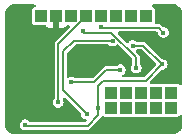
<source format=gbr>
%TF.GenerationSoftware,KiCad,Pcbnew,8.0.1-8.0.1-1~ubuntu22.04.1*%
%TF.CreationDate,2024-03-28T23:16:25+00:00*%
%TF.ProjectId,IMU_ICM2094,494d555f-4943-44d3-9230-39342e6b6963,1.0*%
%TF.SameCoordinates,Original*%
%TF.FileFunction,Copper,L4,Bot*%
%TF.FilePolarity,Positive*%
%FSLAX46Y46*%
G04 Gerber Fmt 4.6, Leading zero omitted, Abs format (unit mm)*
G04 Created by KiCad (PCBNEW 8.0.1-8.0.1-1~ubuntu22.04.1) date 2024-03-28 23:16:25*
%MOMM*%
%LPD*%
G01*
G04 APERTURE LIST*
%TA.AperFunction,ComponentPad*%
%ADD10R,1.000000X1.000000*%
%TD*%
%TA.AperFunction,ViaPad*%
%ADD11C,0.400000*%
%TD*%
%TA.AperFunction,Conductor*%
%ADD12C,0.127000*%
%TD*%
G04 APERTURE END LIST*
D10*
%TO.P,J18,1,Pin_1*%
%TO.N,GND*%
X31495000Y-36500000D03*
%TD*%
%TO.P,J17,1,Pin_1*%
%TO.N,/CSB*%
X32765000Y-37770000D03*
%TD*%
%TO.P,J16,1,Pin_1*%
%TO.N,/AIN0*%
X31495000Y-37770000D03*
%TD*%
%TO.P,J15,1,Pin_1*%
%TO.N,/I2C_SDA*%
X36575000Y-37770000D03*
%TD*%
%TO.P,J14,1,Pin_1*%
%TO.N,/i2C_SCL*%
X35305000Y-37770000D03*
%TD*%
%TO.P,J13,1,Pin_1*%
%TO.N,/SPICS_ARM*%
X34035000Y-37770000D03*
%TD*%
%TO.P,J12,1,Pin_1*%
%TO.N,/SCLK_ARM*%
X32765000Y-36500000D03*
%TD*%
%TO.P,J11,1,Pin_1*%
%TO.N,/MOSI_ARM*%
X34035000Y-36500000D03*
%TD*%
%TO.P,J10,1,Pin_1*%
%TO.N,/SWDIO{slash}MISO_ARM*%
X35305000Y-36500000D03*
%TD*%
%TO.P,J9,1,Pin_1*%
%TO.N,/IO1_out*%
X36575000Y-36500000D03*
%TD*%
%TO.P,J8,1,Pin_1*%
%TO.N,/extRef*%
X34445000Y-30000000D03*
%TD*%
%TO.P,J7,1,Pin_1*%
%TO.N,unconnected-(J7-Pin_1-Pad1)*%
X33175000Y-30000000D03*
%TD*%
%TO.P,J6,1,Pin_1*%
%TO.N,/SCLK*%
X31905000Y-30000000D03*
%TD*%
%TO.P,J5,1,Pin_1*%
%TO.N,/MOSI*%
X30635000Y-30000000D03*
%TD*%
%TO.P,J4,1,Pin_1*%
%TO.N,/MISO*%
X29365000Y-30000000D03*
%TD*%
%TO.P,J3,1,Pin_1*%
%TO.N,unconnected-(J3-Pin_1-Pad1)*%
X28095000Y-30000000D03*
%TD*%
%TO.P,J2,1,Pin_1*%
%TO.N,GND*%
X26825000Y-30000000D03*
%TD*%
%TO.P,J1,1,Pin_1*%
%TO.N,+3.3V*%
X25555000Y-30000000D03*
%TD*%
D11*
%TO.N,GND*%
X34700000Y-39100000D03*
X36400000Y-39200000D03*
X23700000Y-32100000D03*
X23400000Y-30900000D03*
X36400000Y-33000000D03*
X37000000Y-30700000D03*
X34600000Y-31500000D03*
X30400000Y-34100000D03*
X29600000Y-34100000D03*
X30500000Y-33300000D03*
X29600000Y-33300000D03*
X24800000Y-34000000D03*
%TO.N,/1.8V*%
X28100000Y-35600000D03*
X32252501Y-34552501D03*
%TO.N,/CS_1.8V*%
X29400000Y-38300000D03*
%TO.N,/MOSI_1.8V*%
X33600000Y-34400000D03*
X29100000Y-31300000D03*
%TO.N,+3.3V*%
X24200000Y-39200000D03*
X33300000Y-32500000D03*
X35800000Y-34100000D03*
X30400000Y-37774510D03*
%TO.N,/MISO*%
X27000000Y-37300000D03*
%TO.N,/CS_1.8V*%
X31600000Y-32100000D03*
%TO.N,/SCK_1.8V*%
X35900000Y-31400000D03*
X30600000Y-30900000D03*
%TD*%
D12*
%TO.N,/1.8V*%
X30000000Y-35600000D02*
X31047499Y-34552501D01*
X28100000Y-35600000D02*
X30000000Y-35600000D01*
X31047499Y-34552501D02*
X32252501Y-34552501D01*
%TO.N,/CS_1.8V*%
X29400000Y-38300000D02*
X27400000Y-36300000D01*
X27400000Y-36300000D02*
X27400000Y-33000000D01*
X28300000Y-32100000D02*
X31600000Y-32100000D01*
X27400000Y-33000000D02*
X28300000Y-32100000D01*
%TO.N,/MISO*%
X29365000Y-30000000D02*
X27000000Y-32365000D01*
X27000000Y-32365000D02*
X27000000Y-37300000D01*
%TO.N,/MOSI_1.8V*%
X29200000Y-31400000D02*
X31500000Y-31400000D01*
X29100000Y-31300000D02*
X29200000Y-31400000D01*
X31500000Y-31400000D02*
X33600000Y-33500000D01*
X33600000Y-33500000D02*
X33600000Y-34400000D01*
%TO.N,/SCK_1.8V*%
X30600000Y-30900000D02*
X30700000Y-31000000D01*
X30700000Y-31000000D02*
X35500000Y-31000000D01*
X35500000Y-31000000D02*
X35900000Y-31400000D01*
%TO.N,+3.3V*%
X29500000Y-39300000D02*
X24300000Y-39300000D01*
X30800000Y-35500000D02*
X34400000Y-35500000D01*
X30400000Y-37774510D02*
X30400000Y-38400000D01*
X34400000Y-35500000D02*
X35800000Y-34100000D01*
X30400000Y-38400000D02*
X29500000Y-39300000D01*
X24300000Y-39300000D02*
X24200000Y-39200000D01*
X30400000Y-37774510D02*
X30400000Y-35900000D01*
X30400000Y-35900000D02*
X30800000Y-35500000D01*
X33300000Y-32500000D02*
X34200000Y-32500000D01*
X34200000Y-32500000D02*
X35800000Y-34100000D01*
%TD*%
%TA.AperFunction,Conductor*%
%TO.N,GND*%
G36*
X25039905Y-29030185D02*
G01*
X25085660Y-29082989D01*
X25095604Y-29152147D01*
X25066579Y-29215703D01*
X25007801Y-29253477D01*
X24997057Y-29256117D01*
X24957264Y-29264032D01*
X24957260Y-29264033D01*
X24874399Y-29319399D01*
X24819033Y-29402260D01*
X24819032Y-29402264D01*
X24804500Y-29475321D01*
X24804500Y-30524678D01*
X24819032Y-30597735D01*
X24819033Y-30597739D01*
X24819034Y-30597740D01*
X24874399Y-30680601D01*
X24952387Y-30732710D01*
X24957260Y-30735966D01*
X24957264Y-30735967D01*
X25030321Y-30750499D01*
X25030324Y-30750500D01*
X25825874Y-30750500D01*
X25892913Y-30770185D01*
X25925141Y-30800189D01*
X25967809Y-30857186D01*
X25967814Y-30857191D01*
X26082906Y-30943350D01*
X26082913Y-30943354D01*
X26217620Y-30993596D01*
X26217627Y-30993598D01*
X26277155Y-30999999D01*
X26277172Y-31000000D01*
X26575000Y-31000000D01*
X26575000Y-30209618D01*
X26625446Y-30260064D01*
X26699555Y-30302851D01*
X26782213Y-30325000D01*
X26867787Y-30325000D01*
X26950445Y-30302851D01*
X27024554Y-30260064D01*
X27075000Y-30209618D01*
X27075000Y-31000000D01*
X27372828Y-31000000D01*
X27372844Y-30999999D01*
X27432372Y-30993598D01*
X27432379Y-30993596D01*
X27567086Y-30943354D01*
X27567093Y-30943350D01*
X27682185Y-30857191D01*
X27682190Y-30857186D01*
X27724859Y-30800189D01*
X27780793Y-30758318D01*
X27824126Y-30750500D01*
X27871075Y-30750500D01*
X27938114Y-30770185D01*
X27983869Y-30822989D01*
X27993813Y-30892147D01*
X27964788Y-30955703D01*
X27958756Y-30962181D01*
X26748738Y-32172198D01*
X26748734Y-32172203D01*
X26707398Y-32243799D01*
X26707399Y-32243799D01*
X26707399Y-32243801D01*
X26686000Y-32323662D01*
X26686000Y-36928192D01*
X26666315Y-36995231D01*
X26655715Y-37009393D01*
X26617116Y-37053939D01*
X26563302Y-37171774D01*
X26544867Y-37300000D01*
X26563302Y-37428225D01*
X26582262Y-37469741D01*
X26617118Y-37546063D01*
X26701951Y-37643967D01*
X26810931Y-37714004D01*
X26935225Y-37750499D01*
X26935227Y-37750500D01*
X26935228Y-37750500D01*
X27064773Y-37750500D01*
X27064773Y-37750499D01*
X27189069Y-37714004D01*
X27298049Y-37643967D01*
X27382882Y-37546063D01*
X27436697Y-37428226D01*
X27455133Y-37300000D01*
X27436697Y-37171774D01*
X27393536Y-37077267D01*
X27383593Y-37008109D01*
X27412618Y-36944554D01*
X27471396Y-36906779D01*
X27541265Y-36906779D01*
X27594011Y-36938074D01*
X28299902Y-37643966D01*
X28913824Y-38257888D01*
X28947309Y-38319211D01*
X28948881Y-38327922D01*
X28963302Y-38428225D01*
X29005763Y-38521200D01*
X29017118Y-38546063D01*
X29101951Y-38643967D01*
X29210931Y-38714004D01*
X29233110Y-38720516D01*
X29309761Y-38743023D01*
X29368539Y-38780797D01*
X29397565Y-38844352D01*
X29387622Y-38913511D01*
X29341867Y-38966315D01*
X29274828Y-38986000D01*
X24667294Y-38986000D01*
X24600255Y-38966315D01*
X24573580Y-38943202D01*
X24498049Y-38856033D01*
X24479873Y-38844352D01*
X24389069Y-38785996D01*
X24389065Y-38785994D01*
X24389064Y-38785994D01*
X24264774Y-38749500D01*
X24264772Y-38749500D01*
X24135228Y-38749500D01*
X24135226Y-38749500D01*
X24010935Y-38785994D01*
X24010932Y-38785995D01*
X24010931Y-38785996D01*
X23959677Y-38818934D01*
X23901950Y-38856033D01*
X23817118Y-38953937D01*
X23817117Y-38953938D01*
X23763302Y-39071774D01*
X23744867Y-39200000D01*
X23763302Y-39328225D01*
X23793464Y-39394269D01*
X23817118Y-39446063D01*
X23901951Y-39543967D01*
X24010931Y-39614004D01*
X24135225Y-39650499D01*
X24135227Y-39650500D01*
X24135228Y-39650500D01*
X24264773Y-39650500D01*
X24264773Y-39650499D01*
X24341354Y-39628013D01*
X24371976Y-39619023D01*
X24406910Y-39614000D01*
X29541337Y-39614000D01*
X29541339Y-39614000D01*
X29604323Y-39597123D01*
X29621200Y-39592601D01*
X29692800Y-39551263D01*
X30651262Y-38592801D01*
X30689724Y-38526182D01*
X30740290Y-38477967D01*
X30808897Y-38464743D01*
X30866000Y-38485079D01*
X30897260Y-38505966D01*
X30897262Y-38505966D01*
X30897264Y-38505967D01*
X30970321Y-38520499D01*
X30970324Y-38520500D01*
X30970326Y-38520500D01*
X32019676Y-38520500D01*
X32019677Y-38520499D01*
X32036719Y-38517109D01*
X32104719Y-38503584D01*
X32105541Y-38507720D01*
X32151968Y-38502710D01*
X32155262Y-38503677D01*
X32155281Y-38503584D01*
X32240321Y-38520499D01*
X32240324Y-38520500D01*
X32240326Y-38520500D01*
X33289676Y-38520500D01*
X33289677Y-38520499D01*
X33306719Y-38517109D01*
X33374719Y-38503584D01*
X33375541Y-38507720D01*
X33421968Y-38502710D01*
X33425262Y-38503677D01*
X33425281Y-38503584D01*
X33510321Y-38520499D01*
X33510324Y-38520500D01*
X33510326Y-38520500D01*
X34559676Y-38520500D01*
X34559677Y-38520499D01*
X34576719Y-38517109D01*
X34644719Y-38503584D01*
X34645541Y-38507720D01*
X34691968Y-38502710D01*
X34695262Y-38503677D01*
X34695281Y-38503584D01*
X34780321Y-38520499D01*
X34780324Y-38520500D01*
X34780326Y-38520500D01*
X35829676Y-38520500D01*
X35829677Y-38520499D01*
X35846719Y-38517109D01*
X35914719Y-38503584D01*
X35915541Y-38507720D01*
X35961968Y-38502710D01*
X35965262Y-38503677D01*
X35965281Y-38503584D01*
X36050321Y-38520499D01*
X36050324Y-38520500D01*
X36050326Y-38520500D01*
X37099676Y-38520500D01*
X37099677Y-38520499D01*
X37172740Y-38505966D01*
X37255601Y-38450601D01*
X37262398Y-38440428D01*
X37316007Y-38395623D01*
X37385332Y-38386914D01*
X37448360Y-38417067D01*
X37485081Y-38476509D01*
X37489500Y-38509318D01*
X37489500Y-39243906D01*
X37488903Y-39256060D01*
X37476488Y-39382112D01*
X37471746Y-39405953D01*
X37436753Y-39521309D01*
X37427450Y-39543767D01*
X37370629Y-39650072D01*
X37357124Y-39670284D01*
X37280653Y-39763464D01*
X37263465Y-39780652D01*
X37170284Y-39857124D01*
X37150072Y-39870629D01*
X37043768Y-39927450D01*
X37021310Y-39936753D01*
X36905954Y-39971746D01*
X36882113Y-39976488D01*
X36756072Y-39988902D01*
X36743918Y-39989499D01*
X23256090Y-39989499D01*
X23243937Y-39988902D01*
X23117887Y-39976488D01*
X23094044Y-39971745D01*
X22978689Y-39936752D01*
X22956232Y-39927450D01*
X22849928Y-39870629D01*
X22829716Y-39857124D01*
X22736535Y-39780652D01*
X22719347Y-39763464D01*
X22642875Y-39670283D01*
X22629370Y-39650071D01*
X22572656Y-39543967D01*
X22572548Y-39543764D01*
X22563247Y-39521310D01*
X22528254Y-39405955D01*
X22523512Y-39382118D01*
X22511097Y-39256060D01*
X22510500Y-39243907D01*
X22510500Y-29756092D01*
X22511097Y-29743939D01*
X22517877Y-29675097D01*
X22523512Y-29617880D01*
X22528251Y-29594054D01*
X22563248Y-29478683D01*
X22572546Y-29456238D01*
X22629374Y-29349921D01*
X22642870Y-29329721D01*
X22719350Y-29236530D01*
X22736529Y-29219351D01*
X22829721Y-29142870D01*
X22849921Y-29129373D01*
X22956238Y-29072546D01*
X22978682Y-29063248D01*
X23094053Y-29028251D01*
X23117878Y-29023512D01*
X23226582Y-29012805D01*
X23243919Y-29011098D01*
X23256073Y-29010501D01*
X23304766Y-29010501D01*
X23304775Y-29010500D01*
X24972866Y-29010500D01*
X25039905Y-29030185D01*
G37*
%TD.AperFunction*%
%TA.AperFunction,Conductor*%
G36*
X36756061Y-29011097D02*
G01*
X36765633Y-29012039D01*
X36882118Y-29023512D01*
X36905955Y-29028254D01*
X37021310Y-29063247D01*
X37043764Y-29072548D01*
X37082490Y-29093247D01*
X37150071Y-29129370D01*
X37170283Y-29142875D01*
X37263464Y-29219347D01*
X37280652Y-29236535D01*
X37357124Y-29329716D01*
X37370629Y-29349928D01*
X37427450Y-29456232D01*
X37436752Y-29478689D01*
X37471745Y-29594044D01*
X37476488Y-29617886D01*
X37488903Y-29743938D01*
X37489500Y-29756092D01*
X37489500Y-35760681D01*
X37469815Y-35827720D01*
X37417011Y-35873475D01*
X37347853Y-35883419D01*
X37284297Y-35854394D01*
X37262398Y-35829571D01*
X37255602Y-35819400D01*
X37247520Y-35814000D01*
X37209999Y-35788929D01*
X37172739Y-35764033D01*
X37172735Y-35764032D01*
X37099677Y-35749500D01*
X37099674Y-35749500D01*
X36050326Y-35749500D01*
X36050324Y-35749500D01*
X35965283Y-35766416D01*
X35964462Y-35762291D01*
X35917897Y-35767264D01*
X35914733Y-35766335D01*
X35914717Y-35766416D01*
X35829676Y-35749500D01*
X35829674Y-35749500D01*
X34893926Y-35749500D01*
X34826887Y-35729815D01*
X34781132Y-35677011D01*
X34771188Y-35607853D01*
X34800213Y-35544297D01*
X34806245Y-35537819D01*
X35757244Y-34586819D01*
X35818567Y-34553334D01*
X35844925Y-34550500D01*
X35864773Y-34550500D01*
X35864773Y-34550499D01*
X35989069Y-34514004D01*
X36098049Y-34443967D01*
X36182882Y-34346063D01*
X36236697Y-34228226D01*
X36255133Y-34100000D01*
X36236697Y-33971774D01*
X36182882Y-33853937D01*
X36098049Y-33756033D01*
X35989069Y-33685996D01*
X35989065Y-33685994D01*
X35989064Y-33685994D01*
X35864774Y-33649500D01*
X35864772Y-33649500D01*
X35844925Y-33649500D01*
X35777886Y-33629815D01*
X35757244Y-33613181D01*
X34392799Y-32248736D01*
X34321198Y-32207398D01*
X34313367Y-32205299D01*
X34304323Y-32202876D01*
X34304321Y-32202875D01*
X34241340Y-32186000D01*
X34241339Y-32186000D01*
X33678883Y-32186000D01*
X33611844Y-32166315D01*
X33598464Y-32156300D01*
X33598049Y-32156033D01*
X33489069Y-32085996D01*
X33489065Y-32085994D01*
X33489064Y-32085994D01*
X33364774Y-32049500D01*
X33364772Y-32049500D01*
X33235228Y-32049500D01*
X33235226Y-32049500D01*
X33110935Y-32085994D01*
X33110932Y-32085995D01*
X33110931Y-32085996D01*
X33059677Y-32118934D01*
X33001950Y-32156033D01*
X32949037Y-32217100D01*
X32890259Y-32254875D01*
X32820389Y-32254875D01*
X32767642Y-32223579D01*
X32069744Y-31525681D01*
X32036259Y-31464358D01*
X32041243Y-31394666D01*
X32083115Y-31338733D01*
X32148579Y-31314316D01*
X32157425Y-31314000D01*
X35318575Y-31314000D01*
X35385614Y-31333685D01*
X35406256Y-31350319D01*
X35413824Y-31357887D01*
X35447309Y-31419210D01*
X35448881Y-31427921D01*
X35463302Y-31528225D01*
X35517117Y-31646061D01*
X35517118Y-31646063D01*
X35601951Y-31743967D01*
X35710931Y-31814004D01*
X35829227Y-31848738D01*
X35835225Y-31850499D01*
X35835227Y-31850500D01*
X35835228Y-31850500D01*
X35964773Y-31850500D01*
X35964773Y-31850499D01*
X36089069Y-31814004D01*
X36198049Y-31743967D01*
X36282882Y-31646063D01*
X36336697Y-31528226D01*
X36355133Y-31400000D01*
X36336697Y-31271774D01*
X36282882Y-31153937D01*
X36198049Y-31056033D01*
X36089069Y-30985996D01*
X36089065Y-30985994D01*
X36089064Y-30985994D01*
X35964774Y-30949500D01*
X35964772Y-30949500D01*
X35944925Y-30949500D01*
X35877886Y-30929815D01*
X35857244Y-30913181D01*
X35692799Y-30748736D01*
X35621198Y-30707398D01*
X35613367Y-30705299D01*
X35604323Y-30702876D01*
X35604321Y-30702875D01*
X35541340Y-30686000D01*
X35541339Y-30686000D01*
X35314505Y-30686000D01*
X35247466Y-30666315D01*
X35201711Y-30613511D01*
X35191767Y-30544353D01*
X35192888Y-30537809D01*
X35195499Y-30524678D01*
X35195500Y-30524676D01*
X35195500Y-29475323D01*
X35195499Y-29475321D01*
X35180967Y-29402264D01*
X35180966Y-29402260D01*
X35145999Y-29349928D01*
X35125601Y-29319399D01*
X35070235Y-29282405D01*
X35042739Y-29264033D01*
X35042735Y-29264032D01*
X35002943Y-29256117D01*
X34941032Y-29223732D01*
X34906457Y-29163016D01*
X34910197Y-29093247D01*
X34951064Y-29036575D01*
X35016082Y-29010994D01*
X35027134Y-29010500D01*
X36743908Y-29010500D01*
X36756061Y-29011097D01*
G37*
%TD.AperFunction*%
%TA.AperFunction,Conductor*%
G36*
X32085934Y-32429997D02*
G01*
X33249681Y-33593744D01*
X33283166Y-33655067D01*
X33286000Y-33681425D01*
X33286000Y-34028192D01*
X33266315Y-34095231D01*
X33255715Y-34109393D01*
X33217116Y-34153939D01*
X33163302Y-34271774D01*
X33144867Y-34400000D01*
X33163302Y-34528225D01*
X33190062Y-34586819D01*
X33217118Y-34646063D01*
X33301951Y-34743967D01*
X33410931Y-34814004D01*
X33535225Y-34850499D01*
X33535227Y-34850500D01*
X33535228Y-34850500D01*
X33664773Y-34850500D01*
X33664773Y-34850499D01*
X33789069Y-34814004D01*
X33898049Y-34743967D01*
X33982882Y-34646063D01*
X34036697Y-34528226D01*
X34055133Y-34400000D01*
X34036697Y-34271774D01*
X33982882Y-34153937D01*
X33944284Y-34109392D01*
X33915262Y-34045836D01*
X33914000Y-34028192D01*
X33914000Y-33458662D01*
X33892600Y-33378798D01*
X33875128Y-33348537D01*
X33875125Y-33348533D01*
X33851262Y-33307198D01*
X33579002Y-33034938D01*
X33545517Y-32973615D01*
X33550501Y-32903923D01*
X33592373Y-32847990D01*
X33597575Y-32844378D01*
X33597684Y-32844284D01*
X33597762Y-32844248D01*
X33599654Y-32842935D01*
X33605520Y-32839166D01*
X33606284Y-32840356D01*
X33661241Y-32815261D01*
X33678883Y-32814000D01*
X34018575Y-32814000D01*
X34085614Y-32833685D01*
X34106256Y-32850319D01*
X35268255Y-34012318D01*
X35301740Y-34073641D01*
X35296756Y-34143333D01*
X35268255Y-34187680D01*
X34306256Y-35149681D01*
X34244933Y-35183166D01*
X34218575Y-35186000D01*
X32522334Y-35186000D01*
X32455295Y-35166315D01*
X32409540Y-35113511D01*
X32399596Y-35044353D01*
X32428621Y-34980797D01*
X32455292Y-34957685D01*
X32550550Y-34896468D01*
X32635383Y-34798564D01*
X32689198Y-34680727D01*
X32707634Y-34552501D01*
X32689198Y-34424275D01*
X32635383Y-34306438D01*
X32550550Y-34208534D01*
X32441570Y-34138497D01*
X32441566Y-34138495D01*
X32441565Y-34138495D01*
X32317275Y-34102001D01*
X32317273Y-34102001D01*
X32187729Y-34102001D01*
X32187727Y-34102001D01*
X32063436Y-34138495D01*
X32063433Y-34138496D01*
X32063432Y-34138497D01*
X32039404Y-34153939D01*
X31946991Y-34213329D01*
X31946226Y-34212139D01*
X31891260Y-34237240D01*
X31873618Y-34238501D01*
X31006157Y-34238501D01*
X30943180Y-34255375D01*
X30943175Y-34255377D01*
X30928083Y-34259421D01*
X30926295Y-34259901D01*
X30854701Y-34301237D01*
X30854695Y-34301241D01*
X29906256Y-35249681D01*
X29844933Y-35283166D01*
X29818575Y-35286000D01*
X28478883Y-35286000D01*
X28411844Y-35266315D01*
X28398464Y-35256300D01*
X28398049Y-35256033D01*
X28289069Y-35185996D01*
X28289065Y-35185994D01*
X28289064Y-35185994D01*
X28164774Y-35149500D01*
X28164772Y-35149500D01*
X28035228Y-35149500D01*
X28035226Y-35149500D01*
X27910934Y-35185994D01*
X27910931Y-35185996D01*
X27905042Y-35189781D01*
X27905037Y-35189784D01*
X27837997Y-35209467D01*
X27770958Y-35189781D01*
X27725204Y-35136976D01*
X27714000Y-35085467D01*
X27714000Y-33181425D01*
X27733685Y-33114386D01*
X27750319Y-33093744D01*
X28393744Y-32450319D01*
X28455067Y-32416834D01*
X28481425Y-32414000D01*
X31221117Y-32414000D01*
X31288156Y-32433685D01*
X31301535Y-32443699D01*
X31301949Y-32443965D01*
X31301951Y-32443967D01*
X31410931Y-32514004D01*
X31535225Y-32550499D01*
X31535227Y-32550500D01*
X31535228Y-32550500D01*
X31664773Y-32550500D01*
X31664773Y-32550499D01*
X31789069Y-32514004D01*
X31898049Y-32443967D01*
X31904536Y-32436479D01*
X31963313Y-32398703D01*
X32033182Y-32398699D01*
X32085934Y-32429997D01*
G37*
%TD.AperFunction*%
%TD*%
M02*

</source>
